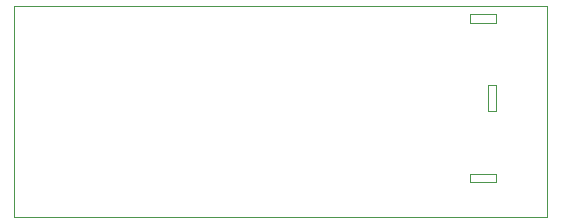
<source format=gbr>
G04 #@! TF.GenerationSoftware,KiCad,Pcbnew,(5.1.0-0)*
G04 #@! TF.CreationDate,2019-03-25T02:14:44+01:00*
G04 #@! TF.ProjectId,adapter,61646170-7465-4722-9e6b-696361645f70,rev?*
G04 #@! TF.SameCoordinates,Original*
G04 #@! TF.FileFunction,Profile,NP*
%FSLAX46Y46*%
G04 Gerber Fmt 4.6, Leading zero omitted, Abs format (unit mm)*
G04 Created by KiCad (PCBNEW (5.1.0-0)) date 2019-03-25 02:14:44*
%MOMM*%
%LPD*%
G04 APERTURE LIST*
%ADD10C,0.050000*%
%ADD11C,0.000100*%
G04 APERTURE END LIST*
D10*
X89500000Y-38481000D02*
X89500000Y-56388000D01*
X44323000Y-38481000D02*
X89500000Y-38481000D01*
X44323000Y-56388000D02*
X89500000Y-56388000D01*
X44323000Y-38481000D02*
X44323000Y-56388000D01*
D11*
X85180000Y-45200000D02*
X84480000Y-45200000D01*
X85180000Y-47400000D02*
X85180000Y-45200000D01*
X84480000Y-47400000D02*
X85180000Y-47400000D01*
X84480000Y-45200000D02*
X84480000Y-47400000D01*
X85130000Y-53400000D02*
X85130000Y-52700000D01*
X82930000Y-53400000D02*
X85130000Y-53400000D01*
X82930000Y-52700000D02*
X82930000Y-53400000D01*
X85130000Y-52700000D02*
X82930000Y-52700000D01*
X85130000Y-39900000D02*
X85130000Y-39200000D01*
X82930000Y-39900000D02*
X85130000Y-39900000D01*
X82930000Y-39200000D02*
X82930000Y-39900000D01*
X85130000Y-39200000D02*
X82930000Y-39200000D01*
M02*

</source>
